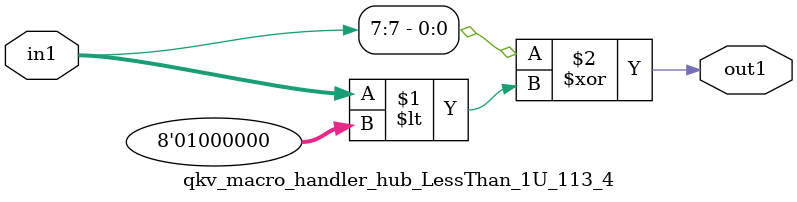
<source format=v>

`timescale 1ps / 1ps


module qkv_macro_handler_hub_LessThan_1U_113_4( in1, out1 );

    input [7:0] in1;
    output out1;

    
    // rtl_process:qkv_macro_handler_hub_LessThan_1U_94_4/qkv_macro_handler_hub_LessThan_1U_94_4_thread_1
    assign out1 = (in1[7] ^ in1 < 8'd064);

endmodule





</source>
